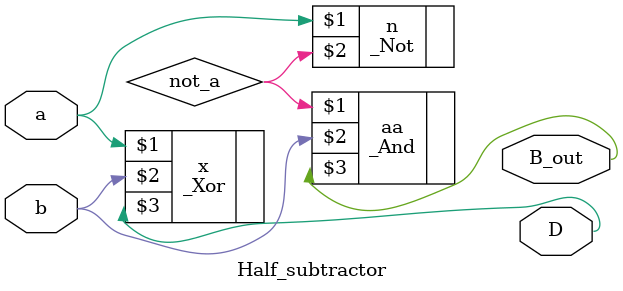
<source format=v>
module Half_subtractor(
    input a, b,
    output D, B_out
);
    _Xor x(a, b, D);

    wire not_a;
    _Not n(a, not_a);
    _And aa(not_a, b, B_out);
endmodule
</source>
